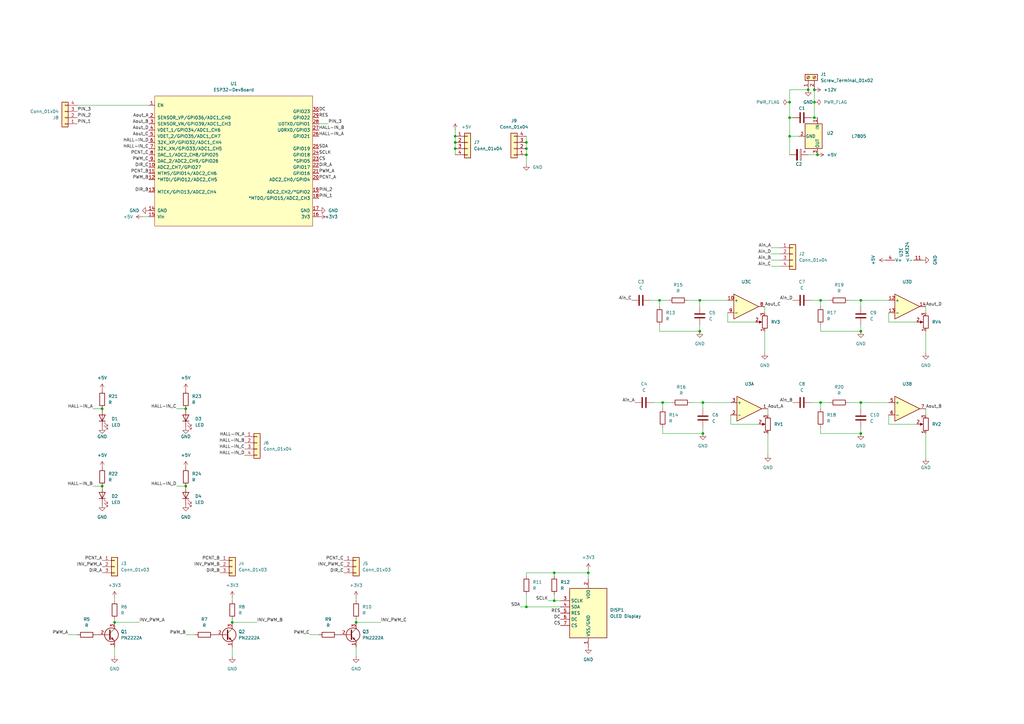
<source format=kicad_sch>
(kicad_sch (version 20211123) (generator eeschema)
  (paper "A3")
  (title_block (title "Project SCRAPPY Control Board") (date "2022-09-22") (rev "R-0"))
  (lib_symbols
    (symbol "Amplifier_Operational:LM324" (pin_names (offset 0.127))
      (property "Reference" "U" (at 0 5.08 0))
      (property "Value" "LM324" (at 0 -5.08 0))
      (symbol "LM324_1_1"
        (polyline (pts (xy -5.08 5.08) (xy 5.08 0) (xy -5.08 -5.08) (xy -5.08 5.08)) (stroke (width 0.254)) (fill (type background)))
        (pin output line (at 7.62 0 180) (length 2.54) (name "~") (number "1"))
        (pin input line (at -7.62 -2.54 0) (length 2.54) (name "-") (number "2"))
        (pin input line (at -7.62 2.54 0) (length 2.54) (name "+") (number "3"))
      )
      (symbol "LM324_2_1"
        (polyline (pts (xy -5.08 5.08) (xy 5.08 0) (xy -5.08 -5.08) (xy -5.08 5.08)) (stroke (width 0.254)) (fill (type background)))
        (pin input line (at -7.62 2.54 0) (length 2.54) (name "+") (number "5"))
        (pin input line (at -7.62 -2.54 0) (length 2.54) (name "-") (number "6"))
        (pin output line (at 7.62 0 180) (length 2.54) (name "~") (number "7"))
      )
      (symbol "LM324_3_1"
        (polyline (pts (xy -5.08 5.08) (xy 5.08 0) (xy -5.08 -5.08) (xy -5.08 5.08)) (stroke (width 0.254)) (fill (type background)))
        (pin input line (at -7.62 2.54 0) (length 2.54) (name "+") (number "10"))
        (pin output line (at 7.62 0 180) (length 2.54) (name "~") (number "8"))
        (pin input line (at -7.62 -2.54 0) (length 2.54) (name "-") (number "9"))
      )
      (symbol "LM324_4_1"
        (polyline (pts (xy -5.08 5.08) (xy 5.08 0) (xy -5.08 -5.08) (xy -5.08 5.08)) (stroke (width 0.254)) (fill (type background)))
        (pin input line (at -7.62 2.54 0) (length 2.54) (name "+") (number "12"))
        (pin input line (at -7.62 -2.54 0) (length 2.54) (name "-") (number "13"))
        (pin output line (at 7.62 0 180) (length 2.54) (name "~") (number "14"))
      )
      (symbol "LM324_5_1"
        (pin power_in line (at -2.54 -7.62 90) (length 3.81) (name "V-") (number "11"))
        (pin power_in line (at -2.54 7.62 270) (length 3.81) (name "V+") (number "4"))
      )
    )
    (symbol "Connector:Screw_Terminal_01x02" (pin_names (offset 1.016) hide)
      (property "Reference" "J" (at 0 2.54 0))
      (property "Value" "Screw_Terminal_01x02" (at 0 -5.08 0))
      (symbol "Screw_Terminal_01x02_1_1"
        (rectangle (start -1.27 1.27) (end 1.27 -3.81) (stroke (width 0.254)) (fill (type background)))
        (circle (center 0 -2.54) (radius 0.635) (stroke (width 0.1524)))
        (polyline (pts (xy -0.5334 -2.2098) (xy 0.3302 -3.048)) (stroke (width 0.1524)))
        (polyline (pts (xy -0.5334 0.3302) (xy 0.3302 -0.508)) (stroke (width 0.1524)))
        (polyline (pts (xy -0.3556 -2.032) (xy 0.508 -2.8702)) (stroke (width 0.1524)))
        (polyline (pts (xy -0.3556 0.508) (xy 0.508 -0.3302)) (stroke (width 0.1524)))
        (circle (center 0 0) (radius 0.635) (stroke (width 0.1524)))
        (pin passive line (at -5.08 0 0) (length 3.81) (name "Pin_1") (number "1"))
        (pin passive line (at -5.08 -2.54 0) (length 3.81) (name "Pin_2") (number "2"))
      )
    )
    (symbol "Connector_Generic:Conn_01x03" (pin_names (offset 1.016) hide)
      (property "Reference" "J" (at 0 5.08 0))
      (property "Value" "Conn_01x03" (at 0 -5.08 0))
      (symbol "Conn_01x03_1_1"
        (rectangle (start -1.27 -2.413) (end 0 -2.667) (stroke (width 0.1524)))
        (rectangle (start -1.27 0.127) (end 0 -0.127) (stroke (width 0.1524)))
        (rectangle (start -1.27 2.667) (end 0 2.413) (stroke (width 0.1524)))
        (rectangle (start -1.27 3.81) (end 1.27 -3.81) (stroke (width 0.254)) (fill (type background)))
        (pin passive line (at -5.08 2.54 0) (length 3.81) (name "Pin_1") (number "1"))
        (pin passive line (at -5.08 0 0) (length 3.81) (name "Pin_2") (number "2"))
        (pin passive line (at -5.08 -2.54 0) (length 3.81) (name "Pin_3") (number "3"))
      )
    )
    (symbol "Connector_Generic:Conn_01x04" (pin_names (offset 1.016) hide)
      (property "Reference" "J" (at 0 5.08 0))
      (property "Value" "Conn_01x04" (at 0 -7.62 0))
      (symbol "Conn_01x04_1_1"
        (rectangle (start -1.27 -4.953) (end 0 -5.207) (stroke (width 0.1524)))
        (rectangle (start -1.27 -2.413) (end 0 -2.667) (stroke (width 0.1524)))
        (rectangle (start -1.27 0.127) (end 0 -0.127) (stroke (width 0.1524)))
        (rectangle (start -1.27 2.667) (end 0 2.413) (stroke (width 0.1524)))
        (rectangle (start -1.27 3.81) (end 1.27 -6.35) (stroke (width 0.254)) (fill (type background)))
        (pin passive line (at -5.08 2.54 0) (length 3.81) (name "Pin_1") (number "1"))
        (pin passive line (at -5.08 0 0) (length 3.81) (name "Pin_2") (number "2"))
        (pin passive line (at -5.08 -2.54 0) (length 3.81) (name "Pin_3") (number "3"))
        (pin passive line (at -5.08 -5.08 0) (length 3.81) (name "Pin_4") (number "4"))
      )
    )
    (symbol "Device:C" (pin_numbers hide) (pin_names (offset 0.254))
      (property "Reference" "C" (at 0.635 2.54 0))
      (property "Value" "C" (at 0.635 -2.54 0))
      (symbol "C_0_1"
        (polyline (pts (xy -2.032 -0.762) (xy 2.032 -0.762)) (stroke (width 0.508)))
        (polyline (pts (xy -2.032 0.762) (xy 2.032 0.762)) (stroke (width 0.508)))
      )
      (symbol "C_1_1"
        (pin passive line (at 0 3.81 270) (length 2.794) (name "~") (number "1"))
        (pin passive line (at 0 -3.81 90) (length 2.794) (name "~") (number "2"))
      )
    )
    (symbol "Device:C_Polarized" (pin_numbers hide) (pin_names (offset 0.254))
      (property "Reference" "C" (at 0.635 2.54 0))
      (property "Value" "C_Polarized" (at 0.635 -2.54 0))
      (symbol "C_Polarized_0_1"
        (rectangle (start -2.286 0.508) (end 2.286 1.016))
        (polyline (pts (xy -1.778 2.286) (xy -0.762 2.286)))
        (polyline (pts (xy -1.27 2.794) (xy -1.27 1.778)))
        (rectangle (start 2.286 -0.508) (end -2.286 -1.016) (fill (type outline)))
      )
      (symbol "C_Polarized_1_1"
        (pin passive line (at 0 3.81 270) (length 2.794) (name "~") (number "1"))
        (pin passive line (at 0 -3.81 90) (length 2.794) (name "~") (number "2"))
      )
    )
    (symbol "Device:LED" (pin_numbers hide) (pin_names (offset 1.016) hide)
      (property "Reference" "D" (at 0 2.54 0))
      (property "Value" "LED" (at 0 -2.54 0))
      (symbol "LED_0_1"
        (polyline (pts (xy -1.27 -1.27) (xy -1.27 1.27)) (stroke (width 0.254)))
        (polyline (pts (xy -1.27 0) (xy 1.27 0)))
        (polyline (pts (xy 1.27 -1.27) (xy 1.27 1.27) (xy -1.27 0) (xy 1.27 -1.27)) (stroke (width 0.254)))
        (polyline (pts (xy -3.048 -0.762) (xy -4.572 -2.286) (xy -3.81 -2.286) (xy -4.572 -2.286) (xy -4.572 -1.524)))
        (polyline (pts (xy -1.778 -0.762) (xy -3.302 -2.286) (xy -2.54 -2.286) (xy -3.302 -2.286) (xy -3.302 -1.524)))
      )
      (symbol "LED_1_1"
        (pin passive line (at -3.81 0 0) (length 2.54) (name "K") (number "1"))
        (pin passive line (at 3.81 0 180) (length 2.54) (name "A") (number "2"))
      )
    )
    (symbol "Device:R" (pin_numbers hide) (pin_names (offset 0))
      (property "Reference" "R" (at 2.032 0 90))
      (property "Value" "R" (at 0 0 90))
      (symbol "R_0_1"
        (rectangle (start -1.016 -2.54) (end 1.016 2.54) (stroke (width 0.254)))
      )
      (symbol "R_1_1"
        (pin passive line (at 0 3.81 270) (length 1.27) (name "~") (number "1"))
        (pin passive line (at 0 -3.81 90) (length 1.27) (name "~") (number "2"))
      )
    )
    (symbol "Device:R_Potentiometer" (pin_names (offset 1.016) hide)
      (property "Reference" "RV" (at -4.445 0 90))
      (property "Value" "R_Potentiometer" (at -2.54 0 90))
      (symbol "R_Potentiometer_0_1"
        (polyline (pts (xy 2.54 0) (xy 1.524 0)))
        (polyline (pts (xy 1.143 0) (xy 2.286 0.508) (xy 2.286 -0.508) (xy 1.143 0)) (fill (type outline)))
        (rectangle (start 1.016 2.54) (end -1.016 -2.54) (stroke (width 0.254)))
      )
      (symbol "R_Potentiometer_1_1"
        (pin passive line (at 0 3.81 270) (length 1.27) (name "1") (number "1"))
        (pin passive line (at 3.81 0 180) (length 1.27) (name "2") (number "2"))
        (pin passive line (at 0 -3.81 90) (length 1.27) (name "3") (number "3"))
      )
    )
    (symbol "ECE:OLED Display"
      (property "Reference" "DISP?" (at 8.89 -1.27 0))
      (property "Value" "OLED Display" (at 8.89 1.27 0))
      (symbol "OLED Display_1_1"
        (rectangle (start -7.62 10.16) (end 7.62 -10.16) (stroke (width 0.254)) (fill (type background)))
        (pin power_in line (at 0 -13.97 90) (length 3.81) (name "VSS/GND") (number "1"))
        (pin power_in line (at 0 13.97 270) (length 3.81) (name "VDD") (number "2"))
        (pin input line (at -11.43 5.08 0) (length 3.81) (name "SCLK") (number "3"))
        (pin output line (at -11.43 2.54 0) (length 3.81) (name "SDA") (number "4"))
        (pin input line (at -11.43 0 0) (length 3.81) (name "RES") (number "5"))
        (pin input line (at -11.43 -2.54 0) (length 3.81) (name "DC") (number "6"))
        (pin input line (at -11.43 -5.08 0) (length 3.81) (name "CS") (number "7"))
      )
    )
    (symbol "Espressif:ESP32-DevBoard" (pin_names (offset 1.016))
      (property "Reference" "U4" (at 1.905 30.48 0))
      (property "Value" "ESP32-DevBoard" (at 1.905 27.94 0))
      (symbol "ESP32-DevBoard_0_0"
        (pin power_in line (at -33.02 -24.13 0) (length 2.54) (name "Vin") (number "15"))
      )
      (symbol "ESP32-DevBoard_0_1"
        (rectangle (start -30.48 25.4) (end 34.29 -27.94) (fill (type background)))
      )
      (symbol "ESP32-DevBoard_1_1"
        (pin input line (at -33.02 21.59 0) (length 2.54) (name "EN") (number "1"))
        (pin bidirectional line (at -33.02 -3.81 0) (length 2.54) (name "ADC2_CH7/GPIO27") (number "10"))
        (pin bidirectional line (at -33.02 -6.35 0) (length 2.54) (name "MTMS/GPIO14/ADC2_CH6") (number "11"))
        (pin bidirectional line (at -33.02 -8.89 0) (length 2.54) (name "*MTDI/GPIO12/ADC2_CH5") (number "12"))
        (pin bidirectional line (at -33.02 -13.97 0) (length 2.54) (name "MTCK/GPIO13/ADC2_CH4") (number "13"))
        (pin power_in line (at -33.02 -21.59 0) (length 2.54) (name "GND") (number "14"))
        (pin power_out line (at 36.83 -24.13 180) (length 2.54) (name "3V3") (number "16"))
        (pin power_in line (at 36.83 -21.59 180) (length 2.54) (name "GND") (number "17"))
        (pin bidirectional line (at 36.83 -16.51 180) (length 2.54) (name "*MTDO/GPIO15/ADC2_CH3") (number "18"))
        (pin bidirectional line (at 36.83 -13.97 180) (length 2.54) (name "ADC2_CH2/*GPIO2") (number "19"))
        (pin input line (at -33.02 16.51 0) (length 2.54) (name "SENSOR_VP/GPIO36/ADC1_CH0") (number "2"))
        (pin bidirectional line (at 36.83 -8.89 180) (length 2.54) (name "ADC2_CH0/GPIO4") (number "20"))
        (pin bidirectional line (at 36.83 -6.35 180) (length 2.54) (name "GPIO16") (number "21"))
        (pin bidirectional line (at 36.83 -3.81 180) (length 2.54) (name "GPIO17") (number "22"))
        (pin bidirectional line (at 36.83 -1.27 180) (length 2.54) (name "*GPIO5") (number "23"))
        (pin bidirectional line (at 36.83 1.27 180) (length 2.54) (name "GPIO18") (number "24"))
        (pin bidirectional line (at 36.83 3.81 180) (length 2.54) (name "GPIO19") (number "25"))
        (pin bidirectional line (at 36.83 8.89 180) (length 2.54) (name "GPIO21") (number "26"))
        (pin bidirectional line (at 36.83 11.43 180) (length 2.54) (name "U0RXD/GPIO3") (number "27"))
        (pin bidirectional line (at 36.83 13.97 180) (length 2.54) (name "U0TXD/GPIO1") (number "28"))
        (pin bidirectional line (at 36.83 16.51 180) (length 2.54) (name "GPIO22") (number "29"))
        (pin input line (at -33.02 13.97 0) (length 2.54) (name "SENSOR_VN/GPIO39/ADC1_CH3") (number "3"))
        (pin bidirectional line (at 36.83 19.05 180) (length 2.54) (name "GPIO23") (number "30"))
        (pin input line (at -33.02 11.43 0) (length 2.54) (name "VDET_1/GPIO34/ADC1_CH6") (number "4"))
        (pin input line (at -33.02 8.89 0) (length 2.54) (name "VDET_2/GPIO35/ADC1_CH7") (number "5"))
        (pin bidirectional line (at -33.02 6.35 0) (length 2.54) (name "32K_XP/GPIO32/ADC1_CH4") (number "6"))
        (pin bidirectional line (at -33.02 3.81 0) (length 2.54) (name "32K_XN/GPIO33/ADC1_CH5") (number "7"))
        (pin bidirectional line (at -33.02 1.27 0) (length 2.54) (name "DAC_1/ADC2_CH8/GPIO25") (number "8"))
        (pin bidirectional line (at -33.02 -1.27 0) (length 2.54) (name "DAC_2/ADC2_CH9/GPIO26") (number "9"))
      )
    )
    (symbol "Regulator_Linear:L7805" (pin_names (offset 0.254))
      (property "Reference" "U" (at -3.81 3.175 0))
      (property "Value" "L7805" (at 0 3.175 0))
      (symbol "L7805_0_1"
        (rectangle (start -5.08 1.905) (end 5.08 -5.08) (stroke (width 0.254)) (fill (type background)))
      )
      (symbol "L7805_1_1"
        (pin power_in line (at -7.62 0 0) (length 2.54) (name "IN") (number "1"))
        (pin power_in line (at 0 -7.62 90) (length 2.54) (name "GND") (number "2"))
        (pin power_out line (at 7.62 0 180) (length 2.54) (name "OUT") (number "3"))
      )
    )
    (symbol "Transistor_BJT:PN2222A" (pin_names (offset 0) hide)
      (property "Reference" "Q" (at 5.08 1.905 0))
      (property "Value" "PN2222A" (at 5.08 0 0))
      (symbol "PN2222A_0_1"
        (polyline (pts (xy 0 0) (xy 0.635 0)))
        (polyline (pts (xy 2.54 -2.54) (xy 0.635 -0.635)))
        (polyline (pts (xy 2.54 2.54) (xy 0.635 0.635)))
        (polyline (pts (xy 0.635 1.905) (xy 0.635 -1.905) (xy 0.635 -1.905)) (stroke (width 0.508)))
        (polyline (pts (xy 2.413 -2.413) (xy 1.905 -1.905) (xy 1.905 -1.905)))
        (polyline (pts (xy 1.143 -1.651) (xy 1.651 -1.143) (xy 2.159 -2.159) (xy 1.143 -1.651) (xy 1.143 -1.651)) (fill (type outline)))
        (circle (center 1.27 0) (radius 2.8194) (stroke (width 0.254)))
      )
      (symbol "PN2222A_1_1"
        (pin passive line (at 2.54 -5.08 90) (length 2.54) (name "E") (number "1"))
        (pin input line (at -5.08 0 0) (length 5.08) (name "B") (number "2"))
        (pin passive line (at 2.54 5.08 270) (length 2.54) (name "C") (number "3"))
      )
    )
    (symbol "power:+12V" (power) (pin_names (offset 0))
      (property "Value" "+12V" (at 0 3.556 0))
      (symbol "+12V_0_1"
        (polyline (pts (xy -0.762 1.27) (xy 0 2.54)))
        (polyline (pts (xy 0 0) (xy 0 2.54)))
        (polyline (pts (xy 0 2.54) (xy 0.762 1.27)))
      )
      (symbol "+12V_1_1"
        (pin power_in line (at 0 0 90) (length 0) hide (name "+12V") (number "1"))
      )
    )
    (symbol "power:+3V3" (power) (pin_names (offset 0))
      (property "Value" "+3V3" (at 0 3.556 0))
      (symbol "+3V3_0_1"
        (polyline (pts (xy -0.762 1.27) (xy 0 2.54)))
        (polyline (pts (xy 0 0) (xy 0 2.54)))
        (polyline (pts (xy 0 2.54) (xy 0.762 1.27)))
      )
      (symbol "+3V3_1_1"
        (pin power_in line (at 0 0 90) (length 0) hide (name "+3V3") (number "1"))
      )
    )
    (symbol "power:+5V" (power) (pin_names (offset 0))
      (property "Value" "+5V" (at 0 3.556 0))
      (symbol "+5V_0_1"
        (polyline (pts (xy -0.762 1.27) (xy 0 2.54)))
        (polyline (pts (xy 0 0) (xy 0 2.54)))
        (polyline (pts (xy 0 2.54) (xy 0.762 1.27)))
      )
      (symbol "+5V_1_1"
        (pin power_in line (at 0 0 90) (length 0) hide (name "+5V") (number "1"))
      )
    )
    (symbol "power:GND" (power) (pin_names (offset 0))
      (property "Value" "GND" (at 0 -3.81 0))
      (symbol "GND_0_1"
        (polyline (pts (xy 0 0) (xy 0 -1.27) (xy 1.27 -1.27) (xy 0 -2.54) (xy -1.27 -1.27) (xy 0 -1.27)))
      )
      (symbol "GND_1_1"
        (pin power_in line (at 0 0 270) (length 0) hide (name "GND") (number "1"))
      )
    )
    (symbol "power:PWR_FLAG" (power) (pin_numbers hide) (pin_names (offset 0) hide)
      (property "Value" "PWR_FLAG" (at 0 3.81 0))
      (symbol "PWR_FLAG_0_0"
        (pin power_out line (at 0 0 90) (length 0) (name "pwr") (number "1"))
      )
      (symbol "PWR_FLAG_0_1"
        (polyline (pts (xy 0 0) (xy 0 1.27) (xy -1.016 1.905) (xy 0 2.54) (xy 1.016 1.905) (xy 0 1.27)))
      )
    )
  )
  (junction (at 215.9 60.96))
  (junction (at 334.01 48.26))
  (junction (at 323.85 41.91))
  (junction (at 241.3 234.95))
  (junction (at 331.47 36.83))
  (junction (at 334.01 36.83))
  (junction (at 146.05 255.27))
  (junction (at 186.69 58.42))
  (junction (at 336.55 165.1))
  (junction (at 186.69 55.88))
  (junction (at 215.9 63.5))
  (junction (at 76.2 199.39))
  (junction (at 353.06 135.89))
  (junction (at 287.02 123.19))
  (junction (at 41.91 167.64))
  (junction (at 215.9 58.42))
  (junction (at 95.25 255.27))
  (junction (at 227.33 246.38))
  (junction (at 353.06 123.19))
  (junction (at 41.91 199.39))
  (junction (at 353.06 165.1))
  (junction (at 46.99 255.27))
  (junction (at 323.85 48.26))
  (junction (at 323.85 55.88))
  (junction (at 288.29 165.1))
  (junction (at 270.51 123.19))
  (junction (at 334.01 41.91))
  (junction (at 215.9 248.92))
  (junction (at 335.28 63.5))
  (junction (at 353.06 177.8))
  (junction (at 76.2 167.64))
  (junction (at 186.69 60.96))
  (junction (at 271.78 165.1))
  (junction (at 288.29 177.8))
  (junction (at 336.55 123.19))
  (junction (at 227.33 234.95))
  (junction (at 287.02 135.89))
  (wire (pts (xy 316.23 104.14) (xy 320.04 104.14)))
  (wire (pts (xy 267.97 165.1) (xy 271.78 165.1)))
  (wire (pts (xy 215.9 63.5) (xy 215.9 67.31)))
  (wire (pts (xy 215.9 248.92) (xy 229.87 248.92)))
  (wire (pts (xy 38.1 167.64) (xy 41.91 167.64)))
  (wire (pts (xy 215.9 60.96) (xy 215.9 63.5)))
  (wire (pts (xy 134.62 50.8) (xy 130.81 50.8)))
  (wire (pts (xy 353.06 165.1) (xy 353.06 167.64)))
  (wire (pts (xy 46.99 245.11) (xy 46.99 246.38)))
  (wire (pts (xy 316.23 109.22) (xy 320.04 109.22)))
  (wire (pts (xy 288.29 165.1) (xy 288.29 167.64)))
  (wire (pts (xy 347.98 165.1) (xy 353.06 165.1)))
  (wire (pts (xy 95.25 245.11) (xy 95.25 246.38)))
  (wire (pts (xy 215.9 243.84) (xy 215.9 248.92)))
  (wire (pts (xy 241.3 233.68) (xy 241.3 234.95)))
  (wire (pts (xy 146.05 255.27) (xy 156.21 255.27)))
  (wire (pts (xy 186.69 53.34) (xy 186.69 55.88)))
  (wire (pts (xy 313.69 125.73) (xy 313.69 128.27)))
  (wire (pts (xy 331.47 63.5) (xy 335.28 63.5)))
  (wire (pts (xy 270.51 123.19) (xy 274.32 123.19)))
  (wire (pts (xy 336.55 123.19) (xy 336.55 125.73)))
  (wire (pts (xy 325.12 48.26) (xy 323.85 48.26)))
  (wire (pts (xy 316.23 106.68) (xy 320.04 106.68)))
  (wire (pts (xy 336.55 177.8) (xy 353.06 177.8)))
  (wire (pts (xy 353.06 165.1) (xy 364.49 165.1)))
  (wire (pts (xy 288.29 175.26) (xy 288.29 177.8)))
  (wire (pts (xy 95.25 265.43) (xy 95.25 269.24)))
  (wire (pts (xy 241.3 234.95) (xy 241.3 237.49)))
  (wire (pts (xy 364.49 132.08) (xy 375.92 132.08)))
  (wire (pts (xy 127 260.35) (xy 130.81 260.35)))
  (wire (pts (xy 60.96 88.9) (xy 58.42 88.9)))
  (wire (pts (xy 323.85 41.91) (xy 323.85 48.26)))
  (wire (pts (xy 336.55 165.1) (xy 340.36 165.1)))
  (wire (pts (xy 313.69 135.89) (xy 313.69 144.78)))
  (wire (pts (xy 379.73 177.8) (xy 379.73 187.96)))
  (wire (pts (xy 271.78 165.1) (xy 271.78 167.64)))
  (wire (pts (xy 298.45 128.27) (xy 298.45 132.08)))
  (wire (pts (xy 353.06 175.26) (xy 353.06 177.8)))
  (wire (pts (xy 46.99 265.43) (xy 46.99 269.24)))
  (wire (pts (xy 146.05 245.11) (xy 146.05 246.38)))
  (wire (pts (xy 215.9 58.42) (xy 215.9 60.96)))
  (wire (pts (xy 364.49 170.18) (xy 364.49 173.99)))
  (wire (pts (xy 186.69 55.88) (xy 186.69 58.42)))
  (wire (pts (xy 46.99 255.27) (xy 57.15 255.27)))
  (wire (pts (xy 213.36 248.92) (xy 215.9 248.92)))
  (wire (pts (xy 227.33 243.84) (xy 227.33 246.38)))
  (wire (pts (xy 364.49 173.99) (xy 375.92 173.99)))
  (wire (pts (xy 95.25 254) (xy 95.25 255.27)))
  (wire (pts (xy 314.96 177.8) (xy 314.96 186.69)))
  (wire (pts (xy 323.85 48.26) (xy 323.85 55.88)))
  (wire (pts (xy 323.85 55.88) (xy 323.85 63.5)))
  (wire (pts (xy 347.98 123.19) (xy 353.06 123.19)))
  (wire (pts (xy 95.25 255.27) (xy 105.41 255.27)))
  (wire (pts (xy 227.33 234.95) (xy 241.3 234.95)))
  (wire (pts (xy 336.55 135.89) (xy 336.55 133.35)))
  (wire (pts (xy 353.06 133.35) (xy 353.06 135.89)))
  (wire (pts (xy 283.21 165.1) (xy 288.29 165.1)))
  (wire (pts (xy 215.9 234.95) (xy 215.9 236.22)))
  (wire (pts (xy 323.85 36.83) (xy 323.85 41.91)))
  (wire (pts (xy 336.55 123.19) (xy 340.36 123.19)))
  (wire (pts (xy 270.51 135.89) (xy 287.02 135.89)))
  (wire (pts (xy 287.02 123.19) (xy 287.02 125.73)))
  (wire (pts (xy 38.1 199.39) (xy 41.91 199.39)))
  (wire (pts (xy 271.78 177.8) (xy 288.29 177.8)))
  (wire (pts (xy 379.73 170.18) (xy 379.73 167.64)))
  (wire (pts (xy 364.49 128.27) (xy 364.49 132.08)))
  (wire (pts (xy 287.02 123.19) (xy 298.45 123.19)))
  (wire (pts (xy 334.01 36.83) (xy 334.01 41.91)))
  (wire (pts (xy 271.78 165.1) (xy 275.59 165.1)))
  (wire (pts (xy 72.39 199.39) (xy 76.2 199.39)))
  (wire (pts (xy 336.55 165.1) (xy 336.55 167.64)))
  (wire (pts (xy 227.33 234.95) (xy 227.33 236.22)))
  (wire (pts (xy 46.99 254) (xy 46.99 255.27)))
  (wire (pts (xy 353.06 123.19) (xy 353.06 125.73)))
  (wire (pts (xy 72.39 167.64) (xy 76.2 167.64)))
  (wire (pts (xy 314.96 167.64) (xy 314.96 170.18)))
  (wire (pts (xy 227.33 246.38) (xy 229.87 246.38)))
  (wire (pts (xy 336.55 177.8) (xy 336.55 175.26)))
  (wire (pts (xy 332.74 123.19) (xy 336.55 123.19)))
  (wire (pts (xy 281.94 123.19) (xy 287.02 123.19)))
  (wire (pts (xy 332.74 48.26) (xy 334.01 48.26)))
  (wire (pts (xy 76.2 260.35) (xy 80.01 260.35)))
  (wire (pts (xy 266.7 123.19) (xy 270.51 123.19)))
  (wire (pts (xy 316.23 101.6) (xy 320.04 101.6)))
  (wire (pts (xy 31.75 43.18) (xy 60.96 43.18)))
  (wire (pts (xy 224.79 246.38) (xy 227.33 246.38)))
  (wire (pts (xy 27.94 260.35) (xy 31.75 260.35)))
  (wire (pts (xy 332.74 165.1) (xy 336.55 165.1)))
  (wire (pts (xy 215.9 234.95) (xy 227.33 234.95)))
  (wire (pts (xy 270.51 135.89) (xy 270.51 133.35)))
  (wire (pts (xy 271.78 177.8) (xy 271.78 175.26)))
  (wire (pts (xy 146.05 265.43) (xy 146.05 269.24)))
  (wire (pts (xy 270.51 123.19) (xy 270.51 125.73)))
  (wire (pts (xy 146.05 254) (xy 146.05 255.27)))
  (wire (pts (xy 298.45 132.08) (xy 309.88 132.08)))
  (wire (pts (xy 336.55 135.89) (xy 353.06 135.89)))
  (wire (pts (xy 334.01 48.26) (xy 335.28 48.26)))
  (wire (pts (xy 323.85 55.88) (xy 327.66 55.88)))
  (wire (pts (xy 379.73 125.73) (xy 379.73 128.27)))
  (wire (pts (xy 331.47 36.83) (xy 323.85 36.83)))
  (wire (pts (xy 287.02 133.35) (xy 287.02 135.89)))
  (wire (pts (xy 334.01 41.91) (xy 334.01 48.26)))
  (wire (pts (xy 379.73 135.89) (xy 379.73 144.78)))
  (wire (pts (xy 215.9 55.88) (xy 215.9 58.42)))
  (wire (pts (xy 186.69 60.96) (xy 186.69 63.5)))
  (wire (pts (xy 186.69 58.42) (xy 186.69 60.96)))
  (wire (pts (xy 353.06 123.19) (xy 364.49 123.19)))
  (wire (pts (xy 299.72 170.18) (xy 299.72 173.99)))
  (wire (pts (xy 288.29 165.1) (xy 299.72 165.1)))
  (wire (pts (xy 299.72 173.99) (xy 311.15 173.99)))
  (label "INV_PWM_B" (at 105.41 255.27 0))
  (label "Aout_C" (at 313.69 125.73 0))
  (label "INV_PWM_C" (at 156.21 255.27 0))
  (label "Aout_D" (at 379.73 125.73 0))
  (label "CS" (at 130.81 66.04 0))
  (label "PIN_2" (at 31.75 48.26 0))
  (label "PCNT_B" (at 60.96 71.12 180))
  (label "HALL-IN_B" (at 38.1 199.39 180))
  (label "DIR_A" (at 41.91 234.95 180))
  (label "PIN_1" (at 31.75 50.8 0))
  (label "PWM_A" (at 27.94 260.35 180))
  (label "PWM_C" (at 127 260.35 180))
  (label "INV_PWM_C" (at 140.97 232.41 180))
  (label "HALL-IN_A" (at 100.33 179.07 180))
  (label "PCNT_A" (at 130.81 73.66 0))
  (label "INV_PWM_B" (at 90.17 232.41 180))
  (label "SCLK" (at 224.79 246.38 180))
  (label "HALL-IN_D" (at 100.33 186.69 180))
  (label "PCNT_B" (at 90.17 229.87 180))
  (label "PWM_A" (at 130.81 71.12 0))
  (label "SCLK" (at 130.81 63.5 0))
  (label "Aout_B" (at 60.96 50.8 180))
  (label "DIR_A" (at 130.81 68.58 0))
  (label "Aout_C" (at 60.96 55.88 180))
  (label "CS" (at 229.87 256.54 180))
  (label "DIR_C" (at 60.96 68.58 180))
  (label "Ain_D" (at 316.23 104.14 180))
  (label "Aout_D" (at 60.96 53.34 180))
  (label "HALL-IN_C" (at 100.33 184.15 180))
  (label "Aout_B" (at 379.73 167.64 0))
  (label "PCNT_C" (at 60.96 63.5 180))
  (label "INV_PWM_A" (at 57.15 255.27 0))
  (label "Aout_A" (at 314.96 167.64 0))
  (label "Ain_D" (at 325.12 123.19 180))
  (label "DIR_B" (at 90.17 234.95 180))
  (label "RES" (at 229.87 251.46 180))
  (label "SDA" (at 213.36 248.92 180))
  (label "PWM_B" (at 60.96 73.66 180))
  (label "Ain_B" (at 316.23 106.68 180))
  (label "Ain_B" (at 325.12 165.1 180))
  (label "HALL-IN_D" (at 72.39 199.39 180))
  (label "INV_PWM_A" (at 41.91 232.41 180))
  (label "Ain_A" (at 316.23 101.6 180))
  (label "DC" (at 130.81 45.72 0))
  (label "HALL-IN_A" (at 130.81 55.88 0))
  (label "PWM_C" (at 60.96 66.04 180))
  (label "HALL-IN_C" (at 60.96 60.96 180))
  (label "HALL-IN_A" (at 38.1 167.64 180))
  (label "RES" (at 130.81 48.26 0))
  (label "Aout_A" (at 60.96 48.26 180))
  (label "PIN_1" (at 130.81 81.28 0))
  (label "HALL-IN_D" (at 60.96 58.42 180))
  (label "PWM_B" (at 76.2 260.35 180))
  (label "DIR_C" (at 140.97 234.95 180))
  (label "Ain_C" (at 316.23 109.22 180))
  (label "PIN_2" (at 130.81 78.74 0))
  (label "Ain_C" (at 259.08 123.19 180))
  (label "HALL-IN_B" (at 130.81 53.34 0))
  (label "DIR_B" (at 60.96 78.74 180))
  (label "HALL-IN_C" (at 72.39 167.64 180))
  (label "Ain_A" (at 260.35 165.1 180))
  (label "PCNT_A" (at 41.91 229.87 180))
  (label "PIN_3" (at 31.75 45.72 0))
  (label "HALL-IN_B" (at 100.33 181.61 180))
  (label "PIN_3" (at 134.62 50.8 0))
  (label "PCNT_C" (at 140.97 229.87 180))
  (label "DC" (at 229.87 254 180))
  (label "SDA" (at 130.81 60.96 0))
  (symbol (lib_id "Device:R") (at 41.91 163.83 0) (unit 1)
    (property "Reference" "R21" (at 44.45 162.5599 0) (effects (justify left)))
    (property "Value" "R" (at 44.45 165.0999 0) (effects (justify left)))
    (property "Footprint" "Resistor_THT:R_Axial_DIN0207_L6.3mm_D2.5mm_P10.16mm_Horizontal" (effects hide))
  )
  (symbol (lib_id "Device:C") (at 353.06 171.45 180) (unit 1)
    (property "Reference" "C10" (at 356.8216 170.1799 0) (effects (justify right)))
    (property "Value" "C" (at 356.8216 172.7199 0) (effects (justify right)))
    (property "Footprint" "Capacitor_THT:C_Disc_D3.0mm_W1.6mm_P2.50mm" (effects hide))
  )
  (symbol (lib_id "Device:LED") (at 41.91 171.45 90) (unit 1)
    (property "Reference" "D1" (at 45.72 171.7674 90) (effects (justify right)))
    (property "Value" "LED" (at 45.72 174.3074 90) (effects (justify right)))
    (property "Footprint" "LED_THT:LED_D5.0mm_Clear" (effects hide))
  )
  (symbol (lib_id "Amplifier_Operational:LM324") (at 306.07 125.73 0) (unit 3)
    (property "Reference" "U3" (at 306.07 115.57 0))
    (property "Value" "LM324" (effects hide))
    (property "Footprint" "Package_DIP:DIP-14_W7.62mm_Socket_LongPads" (effects hide))
    (property "Datasheet" "http://www.ti.com/lit/ds/symlink/lm2902-n.pdf" (effects hide))
  )
  (symbol (lib_id "power:GND") (at 313.69 144.78 0) (unit 1)
    (property "Reference" "#PWR06" (effects hide))
    (property "Value" "GND" (at 313.69 149.86 0))
  )
  (symbol (lib_id "power:+5V") (at 186.69 53.34 0) (unit 1)
    (property "Reference" "#PWR020" (effects hide))
    (property "Value" "+5V" (at 189.23 52.0699 0) (effects (justify left)))
  )
  (symbol (lib_id "Device:R") (at 336.55 171.45 0) (unit 1)
    (property "Reference" "R18" (at 339.09 170.1799 0) (effects (justify left)))
    (property "Value" "R" (at 339.09 172.7199 0) (effects (justify left)))
    (property "Footprint" "Resistor_THT:R_Axial_DIN0207_L6.3mm_D2.5mm_P10.16mm_Horizontal" (effects hide))
  )
  (symbol (lib_id "power:GND") (at 288.29 177.8 0) (unit 1)
    (property "Reference" "#PWR0106" (effects hide))
    (property "Value" "GND" (at 288.29 182.88 0))
  )
  (symbol (lib_id "Device:R") (at 76.2 195.58 0) (unit 1)
    (property "Reference" "R24" (at 78.74 194.3099 0) (effects (justify left)))
    (property "Value" "R" (at 78.74 196.8499 0) (effects (justify left)))
    (property "Footprint" "Resistor_THT:R_Axial_DIN0207_L6.3mm_D2.5mm_P10.16mm_Horizontal" (effects hide))
  )
  (symbol (lib_id "power:GND") (at 314.96 186.69 0) (unit 1)
    (property "Reference" "#PWR04" (effects hide))
    (property "Value" "GND" (at 314.96 191.77 0))
  )
  (symbol (lib_id "Device:LED") (at 41.91 203.2 90) (unit 1)
    (property "Reference" "D2" (at 45.72 203.5174 90) (effects (justify right)))
    (property "Value" "LED" (at 45.72 206.0574 90) (effects (justify right)))
    (property "Footprint" "LED_THT:LED_D5.0mm_Clear" (effects hide))
  )
  (symbol (lib_id "power:+3V3") (at 241.3 233.68 0) (unit 1)
    (property "Reference" "#PWR010" (effects hide))
    (property "Value" "+3V3" (at 241.3 228.6 0))
  )
  (symbol (lib_id "Transistor_BJT:PN2222A") (at 92.71 260.35 0) (unit 1)
    (property "Reference" "Q2" (at 97.79 259.0799 0) (effects (justify left)))
    (property "Value" "PN2222A" (at 97.79 261.6199 0) (effects (justify left)))
    (property "Footprint" "Package_TO_SOT_THT:TO-92_Inline" (effects hide))
    (property "Datasheet" "https://www.onsemi.com/pub/Collateral/PN2222-D.PDF" (effects hide))
  )
  (symbol (lib_id "power:+5V") (at 58.42 88.9 90) (unit 1)
    (property "Reference" "#PWR0104" (effects hide))
    (property "Value" "+5V" (at 54.61 88.8999 90) (effects (justify left)))
  )
  (symbol (lib_id "power:+3V3") (at 130.81 88.9 270) (unit 1)
    (property "Reference" "#PWR024" (effects hide))
    (property "Value" "+3V3" (at 135.89 88.9 90))
  )
  (symbol (lib_id "power:+12V") (at 334.01 36.83 270) (unit 1)
    (property "Reference" "#PWR02" (effects hide))
    (property "Value" "+12V" (at 337.82 36.8299 90) (effects (justify left)))
  )
  (symbol (lib_id "Amplifier_Operational:LM324") (at 372.11 125.73 0) (unit 4)
    (property "Reference" "U3" (at 372.11 115.57 0))
    (property "Value" "LM324" (effects hide))
    (property "Footprint" "Package_DIP:DIP-14_W7.62mm_Socket_LongPads" (effects hide))
    (property "Datasheet" "http://www.ti.com/lit/ds/symlink/lm2902-n.pdf" (effects hide))
  )
  (symbol (lib_id "power:GND") (at 241.3 265.43 0) (unit 1)
    (property "Reference" "#PWR011" (effects hide))
    (property "Value" "GND" (at 241.3 270.51 0))
  )
  (symbol (lib_id "power:GND") (at 379.73 187.96 0) (unit 1)
    (property "Reference" "#PWR05" (effects hide))
    (property "Value" "GND" (at 379.73 191.77 0))
  )
  (symbol (lib_id "Connector_Generic:Conn_01x03") (at 146.05 232.41 0) (unit 1)
    (property "Reference" "J5" (at 148.59 231.1399 0) (effects (justify left)))
    (property "Value" "Conn_01x03" (at 148.59 233.6799 0) (effects (justify left)))
    (property "Footprint" "Connector_PinHeader_2.54mm:PinHeader_1x03_P2.54mm_Vertical" (effects hide))
  )
  (symbol (lib_id "Transistor_BJT:PN2222A") (at 44.45 260.35 0) (unit 1)
    (property "Reference" "Q1" (at 49.53 259.0799 0) (effects (justify left)))
    (property "Value" "PN2222A" (at 49.53 261.6199 0) (effects (justify left)))
    (property "Footprint" "Package_TO_SOT_THT:TO-92_Inline" (effects hide))
    (property "Datasheet" "https://www.onsemi.com/pub/Collateral/PN2222-D.PDF" (effects hide))
  )
  (symbol (lib_id "Device:C") (at 262.89 123.19 90) (unit 1)
    (property "Reference" "C3" (at 262.89 115.57 90))
    (property "Value" "C" (at 262.89 118.11 90))
    (property "Footprint" "Capacitor_THT:C_Disc_D3.0mm_W1.6mm_P2.50mm" (effects hide))
  )
  (symbol (lib_id "power:+3V3") (at 146.05 245.11 0) (unit 1)
    (property "Reference" "#PWR0114" (effects hide))
    (property "Value" "+3V3" (at 146.05 240.03 0))
  )
  (symbol (lib_id "Device:C") (at 353.06 129.54 180) (unit 1)
    (property "Reference" "C9" (at 356.8216 128.2699 0) (effects (justify right)))
    (property "Value" "C" (at 356.8216 130.8099 0) (effects (justify right)))
    (property "Footprint" "Capacitor_THT:C_Disc_D3.0mm_W1.6mm_P2.50mm" (effects hide))
  )
  (symbol (lib_id "power:GND") (at 353.06 177.8 0) (unit 1)
    (property "Reference" "#PWR0102" (effects hide))
    (property "Value" "GND" (at 353.06 182.88 0))
  )
  (symbol (lib_id "Device:R") (at 270.51 129.54 0) (unit 1)
    (property "Reference" "R13" (at 273.05 128.2699 0) (effects (justify left)))
    (property "Value" "R" (at 273.05 130.8099 0) (effects (justify left)))
    (property "Footprint" "Resistor_THT:R_Axial_DIN0207_L6.3mm_D2.5mm_P10.16mm_Horizontal" (effects hide))
  )
  (symbol (lib_id "power:GND") (at 378.46 106.68 90) (unit 1)
    (property "Reference" "#PWR08" (effects hide))
    (property "Value" "GND" (at 383.54 106.68 0))
  )
  (symbol (lib_id "power:+5V") (at 76.2 160.02 0) (unit 1)
    (property "Reference" "#PWR016" (effects hide))
    (property "Value" "+5V" (at 76.2 154.94 0))
  )
  (symbol (lib_id "power:GND") (at 76.2 207.01 0) (unit 1)
    (property "Reference" "#PWR019" (effects hide))
    (property "Value" "GND" (at 76.2 212.09 0))
  )
  (symbol (lib_id "Transistor_BJT:PN2222A") (at 143.51 260.35 0) (unit 1)
    (property "Reference" "Q3" (at 148.59 259.0799 0) (effects (justify left)))
    (property "Value" "PN2222A" (at 148.59 261.6199 0) (effects (justify left)))
    (property "Footprint" "Package_TO_SOT_THT:TO-92_Inline" (effects hide))
    (property "Datasheet" "https://www.onsemi.com/pub/Collateral/PN2222-D.PDF" (effects hide))
  )
  (symbol (lib_id "Device:LED") (at 76.2 171.45 90) (unit 1)
    (property "Reference" "D3" (at 80.01 171.7674 90) (effects (justify right)))
    (property "Value" "LED" (at 80.01 174.3074 90) (effects (justify right)))
    (property "Footprint" "LED_THT:LED_D5.0mm_Clear" (effects hide))
  )
  (symbol (lib_id "power:+3V3") (at 95.25 245.11 0) (unit 1)
    (property "Reference" "#PWR0110" (effects hide))
    (property "Value" "+3V3" (at 95.25 240.03 0))
  )
  (symbol (lib_id "Device:LED") (at 76.2 203.2 90) (unit 1)
    (property "Reference" "D4" (at 80.01 203.5174 90) (effects (justify right)))
    (property "Value" "LED" (at 80.01 206.0574 90) (effects (justify right)))
    (property "Footprint" "LED_THT:LED_D5.0mm_Clear" (effects hide))
  )
  (symbol (lib_id "Device:R") (at 134.62 260.35 90) (unit 1)
    (property "Reference" "R9" (at 134.62 254 90))
    (property "Value" "R" (at 134.62 256.54 90))
    (property "Footprint" "Resistor_THT:R_Axial_DIN0207_L6.3mm_D2.5mm_P10.16mm_Horizontal" (effects hide))
  )
  (symbol (lib_id "power:GND") (at 331.47 36.83 0) (unit 1)
    (property "Reference" "#PWR01" (effects hide))
    (property "Value" "GND" (at 331.47 41.91 0))
  )
  (symbol (lib_id "power:GND") (at 353.06 135.89 0) (unit 1)
    (property "Reference" "#PWR0101" (effects hide))
    (property "Value" "GND" (at 353.06 140.97 0))
  )
  (symbol (lib_id "Device:R") (at 41.91 195.58 0) (unit 1)
    (property "Reference" "R22" (at 44.45 194.3099 0) (effects (justify left)))
    (property "Value" "R" (at 44.45 196.8499 0) (effects (justify left)))
    (property "Footprint" "Resistor_THT:R_Axial_DIN0207_L6.3mm_D2.5mm_P10.16mm_Horizontal" (effects hide))
  )
  (symbol (lib_id "Device:C") (at 328.93 165.1 90) (unit 1)
    (property "Reference" "C8" (at 328.93 157.48 90))
    (property "Value" "C" (at 328.93 160.02 90))
    (property "Footprint" "Capacitor_THT:C_Disc_D3.0mm_W1.6mm_P2.50mm" (effects hide))
  )
  (symbol (lib_id "power:+3V3") (at 46.99 245.11 0) (unit 1)
    (property "Reference" "#PWR0109" (effects hide))
    (property "Value" "+3V3" (at 46.99 240.03 0))
  )
  (symbol (lib_id "Amplifier_Operational:LM324") (at 307.34 167.64 0) (unit 1)
    (property "Reference" "U3" (at 307.34 157.48 0))
    (property "Value" "LM324" (effects hide))
    (property "Footprint" "Package_DIP:DIP-14_W7.62mm_Socket_LongPads" (effects hide))
    (property "Datasheet" "http://www.ti.com/lit/ds/symlink/lm2902-n.pdf" (effects hide))
  )
  (symbol (lib_id "power:+5V") (at 363.22 106.68 90) (unit 1)
    (property "Reference" "#PWR07" (effects hide))
    (property "Value" "+5V" (at 358.14 106.68 0))
  )
  (symbol (lib_id "Device:C") (at 288.29 171.45 180) (unit 1)
    (property "Reference" "C6" (at 292.0516 170.1799 0) (effects (justify right)))
    (property "Value" "C" (at 292.0516 172.7199 0) (effects (justify right)))
    (property "Footprint" "Capacitor_THT:C_Disc_D3.0mm_W1.6mm_P2.50mm" (effects hide))
  )
  (symbol (lib_id "Device:R") (at 146.05 250.19 0) (unit 1)
    (property "Reference" "R10" (at 148.59 248.9199 0) (effects (justify left)))
    (property "Value" "R" (at 148.59 251.4599 0) (effects (justify left)))
    (property "Footprint" "Resistor_THT:R_Axial_DIN0207_L6.3mm_D2.5mm_P10.16mm_Horizontal" (effects hide))
  )
  (symbol (lib_id "power:GND") (at 287.02 135.89 0) (unit 1)
    (property "Reference" "#PWR0103" (effects hide))
    (property "Value" "GND" (at 287.02 140.97 0))
  )
  (symbol (lib_id "power:+5V") (at 41.91 191.77 0) (unit 1)
    (property "Reference" "#PWR014" (effects hide))
    (property "Value" "+5V" (at 41.91 186.69 0))
  )
  (symbol (lib_id "Device:R") (at 76.2 163.83 0) (unit 1)
    (property "Reference" "R23" (at 78.74 162.5599 0) (effects (justify left)))
    (property "Value" "R" (at 78.74 165.0999 0) (effects (justify left)))
    (property "Footprint" "Resistor_THT:R_Axial_DIN0207_L6.3mm_D2.5mm_P10.16mm_Horizontal" (effects hide))
  )
  (symbol (lib_id "Device:R") (at 35.56 260.35 90) (unit 1)
    (property "Reference" "R5" (at 35.56 254 90))
    (property "Value" "R" (at 35.56 256.54 90))
    (property "Footprint" "Resistor_THT:R_Axial_DIN0207_L6.3mm_D2.5mm_P10.16mm_Horizontal" (effects hide))
  )
  (symbol (lib_id "Connector:Screw_Terminal_01x02") (at 331.47 31.75 90) (unit 1)
    (property "Reference" "J1" (at 336.55 30.4799 90) (effects (justify right)))
    (property "Value" "Screw_Terminal_01x02" (at 336.55 33.0199 90) (effects (justify right)))
    (property "Footprint" "TerminalBlock_Phoenix:TerminalBlock_Phoenix_MKDS-1,5-2-5.08_1x02_P5.08mm_Horizontal" (effects hide))
  )
  (symbol (lib_id "Device:R") (at 336.55 129.54 0) (unit 1)
    (property "Reference" "R17" (at 339.09 128.2699 0) (effects (justify left)))
    (property "Value" "R" (at 339.09 130.8099 0) (effects (justify left)))
    (property "Footprint" "Resistor_THT:R_Axial_DIN0207_L6.3mm_D2.5mm_P10.16mm_Horizontal" (effects hide))
  )
  (symbol (lib_id "Device:R") (at 344.17 165.1 90) (unit 1)
    (property "Reference" "R20" (at 344.17 158.75 90))
    (property "Value" "R" (at 344.17 161.29 90))
    (property "Footprint" "Resistor_THT:R_Axial_DIN0207_L6.3mm_D2.5mm_P10.16mm_Horizontal" (effects hide))
  )
  (symbol (lib_id "Device:R") (at 344.17 123.19 90) (unit 1)
    (property "Reference" "R19" (at 344.17 116.84 90))
    (property "Value" "R" (at 344.17 119.38 90))
    (property "Footprint" "Resistor_THT:R_Axial_DIN0207_L6.3mm_D2.5mm_P10.16mm_Horizontal" (effects hide))
  )
  (symbol (lib_id "power:+5V") (at 76.2 191.77 0) (unit 1)
    (property "Reference" "#PWR018" (effects hide))
    (property "Value" "+5V" (at 76.2 186.69 0))
  )
  (symbol (lib_id "power:GND") (at 41.91 207.01 0) (unit 1)
    (property "Reference" "#PWR015" (effects hide))
    (property "Value" "GND" (at 41.91 212.09 0))
  )
  (symbol (lib_id "Device:R") (at 227.33 240.03 0) (unit 1)
    (property "Reference" "R12" (at 229.87 238.7599 0) (effects (justify left)))
    (property "Value" "R" (at 229.87 241.2999 0) (effects (justify left)))
    (property "Footprint" "Resistor_THT:R_Axial_DIN0207_L6.3mm_D2.5mm_P10.16mm_Horizontal" (effects hide))
  )
  (symbol (lib_id "Regulator_Linear:L7805") (at 335.28 55.88 270) (unit 1)
    (property "Reference" "U2" (at 339.09 54.6099 90) (effects (justify left)))
    (property "Value" "L7805" (at 349.25 55.88 90) (effects (justify left)))
    (property "Footprint" "Converter_DCDC:Converter_DCDC_Murata_OKI-78SR_Horizontal" (effects hide))
    (property "Datasheet" "http://www.st.com/content/ccc/resource/technical/document/datasheet/41/4f/b3/b0/12/d4/47/88/CD00000444.pdf/files/CD00000444.pdf/jcr:content/translations/en.CD00000444.pdf" (effects hide))
  )
  (symbol (lib_id "power:+5V") (at 335.28 63.5 270) (unit 1)
    (property "Reference" "#PWR03" (effects hide))
    (property "Value" "+5V" (at 339.09 63.4999 90) (effects (justify left)))
  )
  (symbol (lib_id "power:GND") (at 41.91 175.26 0) (unit 1)
    (property "Reference" "#PWR013" (effects hide))
    (property "Value" "GND" (at 41.91 179.07 0))
  )
  (symbol (lib_id "Device:R") (at 279.4 165.1 90) (unit 1)
    (property "Reference" "R16" (at 279.4 158.75 90))
    (property "Value" "R" (at 279.4 161.29 90))
    (property "Footprint" "Resistor_THT:R_Axial_DIN0207_L6.3mm_D2.5mm_P10.16mm_Horizontal" (effects hide))
  )
  (symbol (lib_id "Device:R_Potentiometer") (at 313.69 132.08 180) (unit 1)
    (property "Reference" "RV3" (at 316.23 132.0799 0) (effects (justify right)))
    (property "Value" "R_Potentiometer" (effects hide))
    (property "Footprint" "Potentiometer_THT:Potentiometer_Bourns_3296W_Vertical" (effects hide))
  )
  (symbol (lib_id "Device:R") (at 95.25 250.19 0) (unit 1)
    (property "Reference" "R8" (at 97.79 248.9199 0) (effects (justify left)))
    (property "Value" "R" (at 97.79 251.4599 0) (effects (justify left)))
    (property "Footprint" "Resistor_THT:R_Axial_DIN0207_L6.3mm_D2.5mm_P10.16mm_Horizontal" (effects hide))
  )
  (symbol (lib_id "Device:R_Potentiometer") (at 379.73 132.08 180) (unit 1)
    (property "Reference" "RV4" (at 382.27 132.0799 0) (effects (justify right)))
    (property "Value" "R_Potentiometer" (effects hide))
    (property "Footprint" "Potentiometer_THT:Potentiometer_Bourns_3296W_Vertical" (effects hide))
  )
  (symbol (lib_id "power:GND") (at 146.05 269.24 0) (unit 1)
    (property "Reference" "#PWR0112" (effects hide))
    (property "Value" "GND" (at 146.05 274.32 0))
  )
  (symbol (lib_id "power:GND") (at 379.73 144.78 0) (unit 1)
    (property "Reference" "#PWR09" (effects hide))
    (property "Value" "GND" (at 379.73 149.86 0))
  )
  (symbol (lib_id "power:GND") (at 60.96 86.36 270) (unit 1)
    (property "Reference" "#PWR023" (effects hide))
    (property "Value" "GND" (at 57.15 86.3599 90) (effects (justify right)))
  )
  (symbol (lib_id "Device:C") (at 328.93 48.26 90) (unit 1)
    (property "Reference" "C1" (at 328.93 44.45 90))
    (property "Value" "C" (effects hide))
    (property "Footprint" "Capacitor_THT:C_Disc_D3.0mm_W1.6mm_P2.50mm" (effects hide))
  )
  (symbol (lib_id "Device:R_Potentiometer") (at 379.73 173.99 180) (unit 1)
    (property "Reference" "RV2" (at 382.27 173.9899 0) (effects (justify right)))
    (property "Value" "R_Potentiometer" (effects hide))
    (property "Footprint" "Potentiometer_THT:Potentiometer_Bourns_3296W_Vertical" (effects hide))
  )
  (symbol (lib_id "Device:R") (at 46.99 250.19 0) (unit 1)
    (property "Reference" "R6" (at 49.53 248.9199 0) (effects (justify left)))
    (property "Value" "R" (at 49.53 251.4599 0) (effects (justify left)))
    (property "Footprint" "Resistor_THT:R_Axial_DIN0207_L6.3mm_D2.5mm_P10.16mm_Horizontal" (effects hide))
  )
  (symbol (lib_id "Connector_Generic:Conn_01x04") (at 191.77 58.42 0) (unit 1)
    (property "Reference" "J7" (at 194.31 58.4199 0) (effects (justify left)))
    (property "Value" "Conn_01x04" (at 194.31 60.9599 0) (effects (justify left)))
    (property "Footprint" "Connector_PinHeader_2.54mm:PinHeader_1x04_P2.54mm_Vertical" (effects hide))
  )
  (symbol (lib_id "Device:C") (at 287.02 129.54 180) (unit 1)
    (property "Reference" "C5" (at 290.7816 128.2699 0) (effects (justify right)))
    (property "Value" "C" (at 290.7816 130.8099 0) (effects (justify right)))
    (property "Footprint" "Capacitor_THT:C_Disc_D3.0mm_W1.6mm_P2.50mm" (effects hide))
  )
  (symbol (lib_id "Amplifier_Operational:LM324") (at 370.84 104.14 90) (unit 5)
    (property "Reference" "U3" (at 369.5699 105.41 0) (effects (justify left)))
    (property "Value" "LM324" (at 372.1099 105.41 0) (effects (justify left)))
    (property "Footprint" "Package_DIP:DIP-14_W7.62mm_Socket_LongPads" (effects hide))
    (property "Datasheet" "http://www.ti.com/lit/ds/symlink/lm2902-n.pdf" (effects hide))
  )
  (symbol (lib_id "Connector_Generic:Conn_01x03") (at 95.25 232.41 0) (unit 1)
    (property "Reference" "J4" (at 97.79 231.1399 0) (effects (justify left)))
    (property "Value" "Conn_01x03" (at 97.79 233.6799 0) (effects (justify left)))
    (property "Footprint" "Connector_PinHeader_2.54mm:PinHeader_1x03_P2.54mm_Vertical" (effects hide))
  )
  (symbol (lib_id "power:PWR_FLAG") (at 323.85 41.91 90) (unit 1)
    (property "Reference" "#FLG0103" (effects hide))
    (property "Value" "PWR_FLAG" (at 314.96 41.91 90))
  )
  (symbol (lib_id "Device:R_Potentiometer") (at 314.96 173.99 180) (unit 1)
    (property "Reference" "RV1" (at 317.5 173.9899 0) (effects (justify right)))
    (property "Value" "R_Potentiometer" (effects hide))
    (property "Footprint" "Potentiometer_THT:Potentiometer_Bourns_3296W_Vertical" (effects hide))
  )
  (symbol (lib_id "Device:R") (at 83.82 260.35 90) (unit 1)
    (property "Reference" "R7" (at 83.82 254 90))
    (property "Value" "R" (at 83.82 256.54 90))
    (property "Footprint" "Resistor_THT:R_Axial_DIN0207_L6.3mm_D2.5mm_P10.16mm_Horizontal" (effects hide))
  )
  (symbol (lib_id "Device:R") (at 271.78 171.45 0) (unit 1)
    (property "Reference" "R14" (at 274.32 170.1799 0) (effects (justify left)))
    (property "Value" "R" (at 274.32 172.7199 0) (effects (justify left)))
    (property "Footprint" "Resistor_THT:R_Axial_DIN0207_L6.3mm_D2.5mm_P10.16mm_Horizontal" (effects hide))
  )
  (symbol (lib_id "Device:C") (at 264.16 165.1 90) (unit 1)
    (property "Reference" "C4" (at 264.16 157.48 90))
    (property "Value" "C" (at 264.16 160.02 90))
    (property "Footprint" "Capacitor_THT:C_Disc_D3.0mm_W1.6mm_P2.50mm" (effects hide))
  )
  (symbol (lib_id "power:GND") (at 215.9 67.31 0) (unit 1)
    (property "Reference" "#PWR021" (effects hide))
    (property "Value" "GND" (at 218.44 68.5799 0) (effects (justify left)))
  )
  (symbol (lib_id "Device:R") (at 278.13 123.19 90) (unit 1)
    (property "Reference" "R15" (at 278.13 116.84 90))
    (property "Value" "R" (at 278.13 119.38 90))
    (property "Footprint" "Resistor_THT:R_Axial_DIN0207_L6.3mm_D2.5mm_P10.16mm_Horizontal" (effects hide))
  )
  (symbol (lib_id "Espressif:ESP32-DevBoard") (at 93.98 64.77 0) (unit 1)
    (property "Reference" "U1" (at 95.885 34.29 0))
    (property "Value" "ESP32-DevBoard" (at 95.885 36.83 0))
    (property "Footprint" "Espressif:ESP32-DevBoard" (effects hide))
    (property "Datasheet" "https://docs.espressif.com/projects/esp-idf/zh_CN/latest/esp32/hw-reference/esp32/get-started-devkitc.html" (effects hide))
  )
  (symbol (lib_id "ECE:OLED Display") (at 241.3 251.46 0) (unit 1)
    (property "Reference" "DISP1" (at 250.19 250.1899 0) (effects (justify left)))
    (property "Value" "OLED Display" (at 250.19 252.7299 0) (effects (justify left)))
    (property "Footprint" "Connector_PinHeader_2.54mm:PinHeader_1x07_P2.54mm_Horizontal" (effects hide))
  )
  (symbol (lib_id "Device:R") (at 215.9 240.03 0) (unit 1)
    (property "Reference" "R11" (at 218.44 238.7599 0) (effects (justify left)))
    (property "Value" "R" (at 218.44 241.2999 0) (effects (justify left)))
    (property "Footprint" "Resistor_THT:R_Axial_DIN0207_L6.3mm_D2.5mm_P10.16mm_Horizontal" (effects hide))
  )
  (symbol (lib_id "Connector_Generic:Conn_01x04") (at 325.12 104.14 0) (unit 1)
    (property "Reference" "J2" (at 327.66 104.1399 0) (effects (justify left)))
    (property "Value" "Conn_01x04" (at 327.66 106.6799 0) (effects (justify left)))
    (property "Footprint" "Connector_PinHeader_2.54mm:PinHeader_1x04_P2.54mm_Vertical" (effects hide))
  )
  (symbol (lib_id "Amplifier_Operational:LM324") (at 372.11 167.64 0) (unit 2)
    (property "Reference" "U3" (at 372.11 157.48 0))
    (property "Value" "LM324" (effects hide))
    (property "Footprint" "Package_DIP:DIP-14_W7.62mm_Socket_LongPads" (effects hide))
    (property "Datasheet" "http://www.ti.com/lit/ds/symlink/lm2902-n.pdf" (effects hide))
  )
  (symbol (lib_id "power:GND") (at 76.2 175.26 0) (unit 1)
    (property "Reference" "#PWR017" (effects hide))
    (property "Value" "GND" (at 76.2 179.07 0))
  )
  (symbol (lib_id "Device:C_Polarized") (at 327.66 63.5 270) (unit 1)
    (property "Reference" "C2" (at 327.66 67.31 90))
    (property "Value" "C_Polarized" (effects hide))
    (property "Footprint" "Capacitor_THT:CP_Radial_D6.3mm_P2.50mm" (effects hide))
  )
  (symbol (lib_id "power:PWR_FLAG") (at 334.01 41.91 270) (unit 1)
    (property "Reference" "#FLG0101" (effects hide))
    (property "Value" "PWR_FLAG" (at 337.82 41.9099 90) (effects (justify left)))
  )
  (symbol (lib_id "power:GND") (at 130.81 86.36 90) (unit 1)
    (property "Reference" "#PWR0105" (effects hide))
    (property "Value" "GND" (at 134.62 86.3599 90) (effects (justify right)))
  )
  (symbol (lib_id "power:GND") (at 46.99 269.24 0) (unit 1)
    (property "Reference" "#PWR0108" (effects hide))
    (property "Value" "GND" (at 46.99 274.32 0))
  )
  (symbol (lib_id "Connector_Generic:Conn_01x04") (at 210.82 60.96 180) (unit 1)
    (property "Reference" "J9" (at 210.82 49.53 0))
    (property "Value" "Conn_01x04" (at 210.82 52.07 0))
    (property "Footprint" "Connector_PinHeader_2.54mm:PinHeader_1x04_P2.54mm_Vertical" (effects hide))
  )
  (symbol (lib_id "power:GND") (at 95.25 269.24 0) (unit 1)
    (property "Reference" "#PWR0111" (effects hide))
    (property "Value" "GND" (at 95.25 274.32 0))
  )
  (symbol (lib_id "Connector_Generic:Conn_01x04") (at 26.67 48.26 180) (unit 1)
    (property "Reference" "J8" (at 24.13 48.2601 0) (effects (justify left)))
    (property "Value" "Conn_01x04" (at 24.13 45.7201 0) (effects (justify left)))
    (property "Footprint" "Connector_PinHeader_2.54mm:PinHeader_1x04_P2.54mm_Vertical" (effects hide))
  )
  (symbol (lib_id "Device:C") (at 328.93 123.19 90) (unit 1)
    (property "Reference" "C7" (at 328.93 115.57 90))
    (property "Value" "C" (at 328.93 118.11 90))
    (property "Footprint" "Capacitor_THT:C_Disc_D3.0mm_W1.6mm_P2.50mm" (effects hide))
  )
  (symbol (lib_id "power:+5V") (at 41.91 160.02 0) (unit 1)
    (property "Reference" "#PWR012" (effects hide))
    (property "Value" "+5V" (at 41.91 154.94 0))
  )
  (symbol (lib_id "Connector_Generic:Conn_01x04") (at 105.41 181.61 0) (unit 1)
    (property "Reference" "J6" (at 107.95 181.6099 0) (effects (justify left)))
    (property "Value" "Conn_01x04" (at 107.95 184.1499 0) (effects (justify left)))
    (property "Footprint" "Connector_PinHeader_2.54mm:PinHeader_1x04_P2.54mm_Vertical" (effects hide))
  )
  (symbol (lib_id "Connector_Generic:Conn_01x03") (at 46.99 232.41 0) (unit 1)
    (property "Reference" "J3" (at 49.53 231.1399 0) (effects (justify left)))
    (property "Value" "Conn_01x03" (at 49.53 233.6799 0) (effects (justify left)))
    (property "Footprint" "Connector_PinHeader_2.54mm:PinHeader_1x03_P2.54mm_Vertical" (effects hide))
  )
)
</source>
